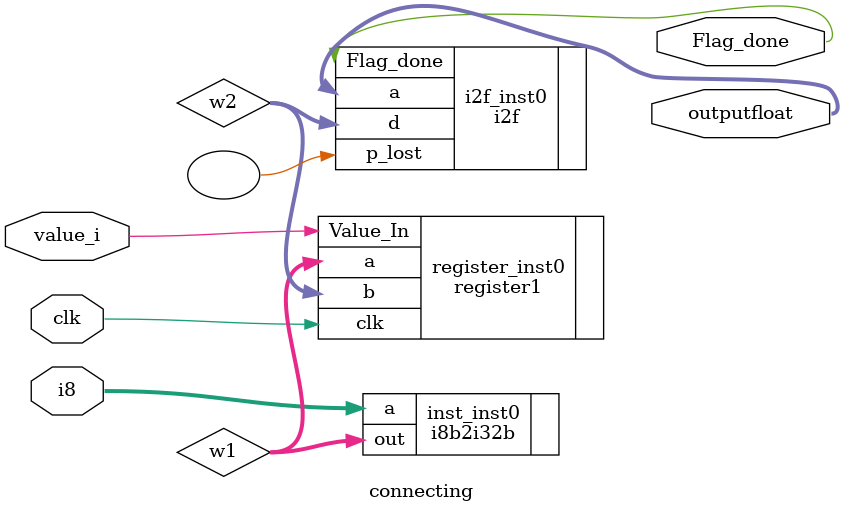
<source format=v>
module connecting(
input clk,value_i,

input [7:0] i8,
output [31:0] outputfloat,
output Flag_done
);
wire [31:0] w1,w2;
wire [7:0] w3;

i8b2i32b inst_inst0(
							.out(w1), //32bit
							.a(i8) //8bit
							//.clk(clk)
							);
register1 register_inst0(
								.clk(clk),
								.Value_In(value_i),
								.a(w1),
								.b(w2)
								);
i2f i2f_inst0(
				.d(w2), //input 32bit
				.a(outputfloat), //output 
				.p_lost(),
				.Flag_done(Flag_done)
				);

endmodule


</source>
